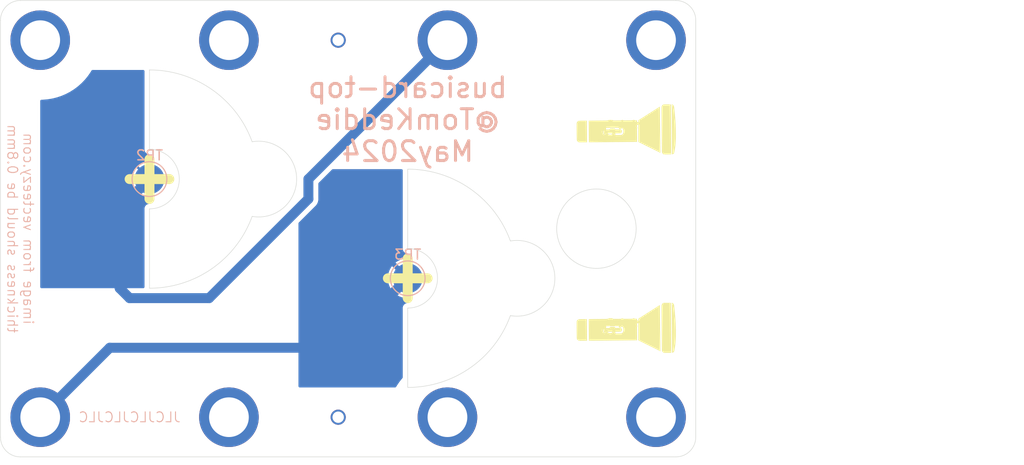
<source format=kicad_pcb>
(kicad_pcb (version 20240108) (generator "pcbnew") (generator_version "8.0")
  (layers (0 "F.Cu" signal) (31 "B.Cu" signal) (34 "B.Paste" user) (35 "F.Paste" user) (36 "B.SilkS" user "B.Silkscreen") (37 "F.SilkS" user "F.Silkscreen") (38 "B.Mask" user) (39 "F.Mask" user) (44 "Edge.Cuts" user))
  (net 0 "")
  (net 7 "/BATT1+")
  (net 8 "/BATT2+")
  (footprint "lib:interconnect-top" (layer "F.Cu") (at 175 119)
    (property "Reference" "TP9" (hide yes))
    (property "Value" "TestPoint")
    (pad "1" thru_hole circle (at 0 0) (size 6 6) (drill 4) (layers "*.Cu" "*.Mask") (clearance 3))
  )
  (footprint "lib:flashlight-small" (layer "F.Cu") (at 193 110 0.13)
    (property "Reference" "G***" (at 0 0 0.13) (layer "F.SilkS") (effects (font (size 1.5 1.5) (thickness 0.3))))
    (property "Value" "LOGO" (hide yes))
  )
  (footprint "lib:interconnect-top" (layer "F.Cu") (at 175 81)
    (property "Reference" "TP1" (hide yes))
    (property "Value" "BATT1+")
    (pad "1" thru_hole circle (at 0 0) (size 6 6) (drill 4) (layers "*.Cu" "*.Mask") (net 7 "/BATT1+") (clearance 3))
  )
  (footprint "lib:interconnect-top" (layer "F.Cu") (at 134 81)
    (property "Reference" "TP10" (hide yes))
    (property "Value" "TestPoint")
    (pad "1" thru_hole circle (at 0 0) (size 6 6) (drill 4) (layers "*.Cu" "*.Mask") (clearance 3))
  )
  (footprint "lib:flashlight-small" (layer "F.Cu") (at 193 90 0.13)
    (property "Reference" "G***" (at 0 0 0.13) (layer "F.SilkS") (effects (font (size 1.5 1.5) (thickness 0.3))))
    (property "Value" "LOGO" (hide yes))
  )
  (footprint "lib:JLC_ASSEMBLY_HOLE" (layer "F.Cu") (at 164 81)
    (property "Reference" "H1" (hide yes))
    (property "Value" "mech-only-no-pins" (hide yes))
    (pad "" np_thru_hole circle (at 0 0) (size 1.524 1.524) (drill 1.152) (layers "F&B.Cu" "*.Mask"))
  )
  (footprint "lib:interconnect-top" (layer "F.Cu") (at 196 119)
    (property "Reference" "TP5" (hide yes))
    (property "Value" "TestPoint")
    (pad "1" thru_hole circle (at 0 0) (size 6 6) (drill 4) (layers "*.Cu" "*.Mask") (clearance 3))
  )
  (footprint "lib:interconnect-top" (layer "F.Cu") (at 196 81)
    (property "Reference" "TP6" (hide yes))
    (property "Value" "TestPoint")
    (pad "1" thru_hole circle (at 0 0) (size 6 6) (drill 4) (layers "*.Cu" "*.Mask") (clearance 3))
  )
  (footprint "lib:interconnect-top" (layer "F.Cu") (at 153 81)
    (property "Reference" "TP8" (hide yes))
    (property "Value" "TestPoint")
    (pad "1" thru_hole circle (at 0 0) (size 6 6) (drill 4) (layers "*.Cu" "*.Mask") (clearance 3))
  )
  (footprint "lib:JLC_ASSEMBLY_HOLE" (layer "F.Cu") (at 164 119)
    (property "Reference" "H2" (hide yes))
    (property "Value" "mech-only-no-pins" (hide yes))
    (pad "" np_thru_hole circle (at 0 0) (size 1.524 1.524) (drill 1.152) (layers "F&B.Cu" "*.Mask"))
  )
  (footprint "lib:interconnect-top" (layer "F.Cu") (at 134 119)
    (property "Reference" "TP4" (hide yes))
    (property "Value" "BATT2+")
    (pad "1" thru_hole circle (at 0 0) (size 6 6) (drill 4) (layers "*.Cu" "*.Mask") (net 8 "/BATT2+") (clearance 3))
  )
  (footprint "lib:interconnect-top" (layer "F.Cu") (at 153 119)
    (property "Reference" "TP7" (hide yes))
    (property "Value" "TestPoint")
    (pad "1" thru_hole circle (at 0 0) (size 6 6) (drill 4) (layers "*.Cu" "*.Mask") (clearance 3))
  )
  (footprint "lib:TestPoint_Pad_D3.0mm" (layer "B.Cu") (at 171 105 180)
    (property "Reference" "TP3" (at 0 2.398 180) (layer "B.SilkS") (effects (justify mirror)))
    (property "Value" "BATT2+")
    (pad "1" smd circle (at 0 0 180) (size 3 3) (layers "B.Cu" "B.Mask") (net 8 "/BATT2+"))
  )
  (footprint "lib:TestPoint_Pad_D3.0mm" (layer "B.Cu") (at 145 95 180)
    (property "Reference" "TP2" (at 0 2.398 180) (layer "B.SilkS") (effects (justify mirror)))
    (property "Value" "BATT1+")
    (pad "1" smd circle (at 0 0 180) (size 3 3) (layers "B.Cu" "B.Mask") (net 7 "/BATT1+"))
  )
  (gr_line (start 173 105) (end 169 105) (stroke (width 1)) (layer "F.SilkS"))
  (gr_line (start 147 95) (end 143 95) (stroke (width 1)) (layer "F.SilkS"))
  (gr_line (start 145 93) (end 145 97) (stroke (width 1)) (layer "F.SilkS"))
  (gr_line (start 171 103) (end 171 107) (stroke (width 1)) (layer "F.SilkS"))
  (gr_arc (start 132 123) (mid 130.585786 122.414214) (end 130 121) (stroke (width 0.05)) (layer "Edge.Cuts"))
  (gr_line (start 171 94) (end 171 102) (stroke (width 0.05)) (layer "Edge.Cuts"))
  (gr_line (start 200 116) (end 200 121) (stroke (width 0.05)) (layer "Edge.Cuts"))
  (gr_line (start 145 98) (end 145 106) (stroke (width 0.05)) (layer "Edge.Cuts"))
  (gr_arc (start 171 102) (mid 174 105) (end 171 108) (stroke (width 0.05)) (layer "Edge.Cuts"))
  (gr_arc (start 145 92) (mid 148 95) (end 145 98) (stroke (width 0.05)) (layer "Edge.Cuts"))
  (gr_line (start 198 77) (end 132 77) (stroke (width 0.05)) (layer "Edge.Cuts"))
  (gr_arc (start 145 84) (mid 151.310669 85.990258) (end 155.337728 91.240826) (stroke (width 0.05)) (layer "Edge.Cuts"))
  (gr_arc (start 155.337728 91.240826) (mid 159.817066 95) (end 155.337728 98.759174) (stroke (width 0.05)) (layer "Edge.Cuts"))
  (gr_arc (start 181.337728 108.759174) (mid 177.310669 114.009742) (end 171 116) (stroke (width 0.05)) (layer "Edge.Cuts"))
  (gr_line (start 171 108) (end 171 116) (stroke (width 0.05)) (layer "Edge.Cuts"))
  (gr_arc (start 200 121) (mid 199.414214 122.414214) (end 198 123) (stroke (width 0.05)) (layer "Edge.Cuts"))
  (gr_arc (start 171 94) (mid 177.310669 95.990258) (end 181.337728 101.240826) (stroke (width 0.05)) (layer "Edge.Cuts"))
  (gr_line (start 130 121) (end 130 79) (stroke (width 0.05)) (layer "Edge.Cuts"))
  (gr_line (start 200 116) (end 200 79) (stroke (width 0.05)) (layer "Edge.Cuts"))
  (gr_arc (start 155.337728 98.759174) (mid 151.310669 104.009742) (end 145 106) (stroke (width 0.05)) (layer "Edge.Cuts"))
  (gr_line (start 145 84) (end 145 92) (stroke (width 0.05)) (layer "Edge.Cuts"))
  (gr_arc (start 181.337728 101.240826) (mid 185.817066 105) (end 181.337728 108.759174) (stroke (width 0.05)) (layer "Edge.Cuts"))
  (gr_line (start 198 123) (end 132 123) (stroke (width 0.05)) (layer "Edge.Cuts"))
  (gr_arc (start 198 77) (mid 199.414214 77.585786) (end 200 79) (stroke (width 0.05)) (layer "Edge.Cuts"))
  (gr_arc (start 130 79) (mid 130.585786 77.585786) (end 132 77) (stroke (width 0.05)) (layer "Edge.Cuts"))
  (gr_circle (center 190 100) (end 194 100) (stroke (width 0.05)) (fill none) (layer "Edge.Cuts"))
  (gr_text "busicard-top\n@TomKeddie\nMay2024" (at 171 89 0) (layer "B.SilkS") (effects (font (size 2 2) (thickness 0.3)) (justify mirror)))
  (gr_text "JLCJLCJLCJLC" (at 143 119 -0) (layer "B.SilkS") (effects (font (size 1 1) (thickness 0.1)) (justify mirror)))
  (gr_text "image from vecteezy.com\nthickness should be 0.8mm" (at 132 100 -90) (layer "B.SilkS") (effects (font (size 1 1) (thickness 0.1)) (justify mirror)))
  (segment (start 161 95) (end 161 97) (width 1) (layer "B.Cu") (net 7))
  (segment (start 142 106) (end 142 98) (width 1) (layer "B.Cu") (net 7))
  (segment (start 151 107) (end 143 107) (width 1) (layer "B.Cu") (net 7))
  (segment (start 161 97) (end 151 107) (width 1) (layer "B.Cu") (net 7))
  (segment (start 142 98) (end 145 95) (width 1) (layer "B.Cu") (net 7))
  (segment (start 175 81) (end 161 95) (width 1) (layer "B.Cu") (net 7))
  (segment (start 143 107) (end 142 106) (width 1) (layer "B.Cu") (net 7))
  (segment (start 171 105) (end 164 112) (width 1) (layer "B.Cu") (net 8))
  (segment (start 141 112) (end 134 119) (width 1) (layer "B.Cu") (net 8))
  (segment (start 164 112) (end 141 112) (width 1) (layer "B.Cu") (net 8))
  (zone (net 7) (net_name "/BATT1+") (layer "B.Cu") (connect_pads (clearance 0.25)) (min_thickness 0.25) (fill yes (thermal_gap 0.25) (thermal_bridge_width 0.25))
    (polygon (pts (xy 145 106) (xy 134 106) (xy 134 84) (xy 145 84)))
  )
  (zone (net 8) (net_name "/BATT2+") (layer "B.Cu") (priority 1) (connect_pads (clearance 0.5)) (min_thickness 0.25) (fill yes (thermal_gap 0.5) (thermal_bridge_width 0.5))
    (polygon (pts (xy 171 94) (xy 160 94) (xy 160 116) (xy 171 116)))
  )
)
</source>
